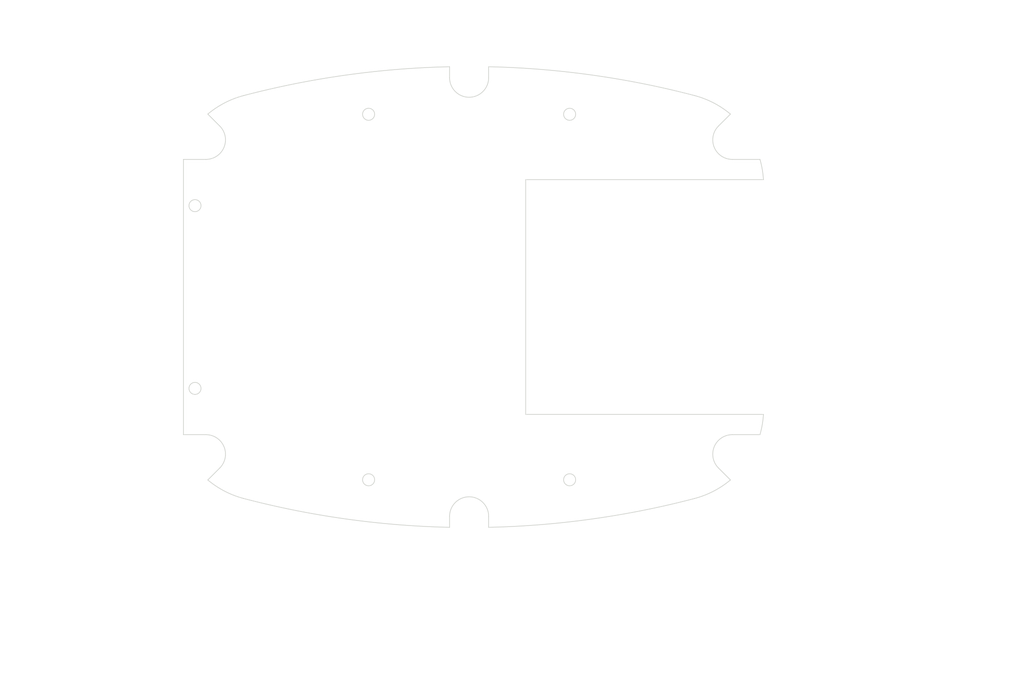
<source format=kicad_pcb>
(kicad_pcb (version 20171130) (host pcbnew "(5.1.0)-1")

  (general
    (thickness 1.6)
    (drawings 184)
    (tracks 0)
    (zones 0)
    (modules 0)
    (nets 1)
  )

  (page A3)
  (layers
    (0 F.Cu signal)
    (31 B.Cu signal)
    (32 B.Adhes user)
    (33 F.Adhes user)
    (34 B.Paste user)
    (35 F.Paste user)
    (36 B.SilkS user)
    (37 F.SilkS user)
    (38 B.Mask user)
    (39 F.Mask user)
    (40 Dwgs.User user)
    (41 Cmts.User user)
    (42 Eco1.User user)
    (43 Eco2.User user)
    (44 Edge.Cuts user)
    (45 Margin user)
    (46 B.CrtYd user)
    (47 F.CrtYd user)
    (48 B.Fab user)
    (49 F.Fab user)
  )

  (setup
    (last_trace_width 0.25)
    (trace_clearance 0.2)
    (zone_clearance 0.508)
    (zone_45_only no)
    (trace_min 0.2)
    (via_size 0.8)
    (via_drill 0.4)
    (via_min_size 0.4)
    (via_min_drill 0.3)
    (uvia_size 0.3)
    (uvia_drill 0.1)
    (uvias_allowed no)
    (uvia_min_size 0.2)
    (uvia_min_drill 0.1)
    (edge_width 0.05)
    (segment_width 0.2)
    (pcb_text_width 0.3)
    (pcb_text_size 1.5 1.5)
    (mod_edge_width 0.12)
    (mod_text_size 1 1)
    (mod_text_width 0.15)
    (pad_size 1.524 1.524)
    (pad_drill 0.762)
    (pad_to_mask_clearance 0.051)
    (solder_mask_min_width 0.25)
    (aux_axis_origin 0 0)
    (visible_elements FFFFEF7F)
    (pcbplotparams
      (layerselection 0x010fc_ffffffff)
      (usegerberextensions false)
      (usegerberattributes false)
      (usegerberadvancedattributes false)
      (creategerberjobfile false)
      (excludeedgelayer true)
      (linewidth 0.152400)
      (plotframeref false)
      (viasonmask false)
      (mode 1)
      (useauxorigin false)
      (hpglpennumber 1)
      (hpglpenspeed 20)
      (hpglpendiameter 15.000000)
      (psnegative false)
      (psa4output false)
      (plotreference true)
      (plotvalue true)
      (plotinvisibletext false)
      (padsonsilk false)
      (subtractmaskfromsilk false)
      (outputformat 1)
      (mirror false)
      (drillshape 1)
      (scaleselection 1)
      (outputdirectory ""))
  )

  (net 0 "")

  (net_class Default "This is the default net class."
    (clearance 0.2)
    (trace_width 0.25)
    (via_dia 0.8)
    (via_drill 0.4)
    (uvia_dia 0.3)
    (uvia_drill 0.1)
  )

  (gr_line (start 164.820384 173.878888) (end 164.820384 178.512221) (layer Dwgs.User) (width 0.2))
  (gr_line (start 167.137051 176.195554) (end 162.503717 176.195554) (layer Dwgs.User) (width 0.2))
  (gr_line (start 164.820384 73.878888) (end 164.820384 78.512221) (layer Dwgs.User) (width 0.2))
  (gr_line (start 167.137051 76.195554) (end 162.503717 76.195554) (layer Dwgs.User) (width 0.2))
  (gr_line (start 219.820384 173.878888) (end 219.820384 178.512221) (layer Dwgs.User) (width 0.2))
  (gr_line (start 222.137051 176.195554) (end 217.503717 176.195554) (layer Dwgs.User) (width 0.2))
  (gr_line (start 219.820384 73.878888) (end 219.820384 78.512221) (layer Dwgs.User) (width 0.2))
  (gr_line (start 222.137051 76.195554) (end 217.503717 76.195554) (layer Dwgs.User) (width 0.2))
  (gr_line (start 117.320384 98.878888) (end 117.320384 103.512221) (layer Dwgs.User) (width 0.2))
  (gr_line (start 119.637051 101.195554) (end 115.003717 101.195554) (layer Dwgs.User) (width 0.2))
  (gr_line (start 117.320384 148.878888) (end 117.320384 153.512221) (layer Dwgs.User) (width 0.2))
  (gr_line (start 119.637051 151.195554) (end 115.003717 151.195554) (layer Dwgs.User) (width 0.2))
  (gr_text [1.08] (at 178.570384 207.031502) (layer Dwgs.User)
    (effects (font (size 2.266666 2.04) (thickness 0.283333)))
  )
  (gr_text " 27.50" (at 178.570384 202.288255) (layer Dwgs.User)
    (effects (font (size 2.266666 2.04) (thickness 0.283333)))
  )
  (gr_line (start 189.653717 204.512221) (end 183.963199 204.512221) (layer Dwgs.User) (width 0.2))
  (gr_line (start 167.487051 204.512221) (end 173.177569 204.512221) (layer Dwgs.User) (width 0.2))
  (gr_line (start 192.320384 182.187157) (end 192.320384 208.745554) (layer Dwgs.User) (width 0.2))
  (gr_line (start 164.820384 179.845554) (end 164.820384 208.745554) (layer Dwgs.User) (width 0.2))
  (gr_line (start 337.799791 173.528888) (end 337.799791 170.862221) (layer Dwgs.User) (width 0.2))
  (gr_line (start 337.799791 191.870053) (end 337.799791 194.53672) (layer Dwgs.User) (width 0.2))
  (gr_line (start 221.153717 176.195554) (end 342.033124 176.195554) (layer Dwgs.User) (width 0.2))
  (gr_line (start 198.995448 189.203387) (end 342.033124 189.203387) (layer Dwgs.User) (width 0.2))
  (gr_text [1.97] (at 105.475554 128.714836) (layer Dwgs.User)
    (effects (font (size 2.266666 2.04) (thickness 0.283333)))
  )
  (gr_text " 50.00" (at 105.475554 123.971589) (layer Dwgs.User)
    (effects (font (size 2.266666 2.04) (thickness 0.283333)))
  )
  (gr_line (start 105.475554 148.528888) (end 105.475554 130.938801) (layer Dwgs.User) (width 0.2))
  (gr_line (start 105.475554 103.862221) (end 105.475554 121.452307) (layer Dwgs.User) (width 0.2))
  (gr_line (start 114.337051 151.195554) (end 101.24222 151.195554) (layer Dwgs.User) (width 0.2))
  (gr_line (start 115.987051 101.195554) (end 101.24222 101.195554) (layer Dwgs.User) (width 0.2))
  (gr_text 45.0\U+00B0 (at 108.510042 78.30355) (layer Dwgs.User)
    (effects (font (size 2.266666 2.04) (thickness 0.283333)))
  )
  (gr_arc (start 133.216462 88.537285) (end 107.70215 80.527516) (angle -11.71296255) (layer Dwgs.User) (width 0.2))
  (gr_arc (start 133.216462 88.537285) (end 112.517729 71.605097) (angle -11.51914255) (layer Dwgs.User) (width 0.2))
  (gr_line (start 119.882424 75.203247) (end 111.313568 66.634391) (layer Dwgs.User) (width 0.2))
  (gr_text 45.0\U+00B0 (at 271.97037 80.026826) (layer Dwgs.User)
    (effects (font (size 2.266666 2.04) (thickness 0.283333)))
  )
  (gr_arc (start 251.424306 88.537285) (end 270.900979 77.802861) (angle -9.264509025) (layer Dwgs.User) (width 0.2))
  (gr_arc (start 251.424306 88.537285) (end 273.503325 85.875415) (angle -9.545762554) (layer Dwgs.User) (width 0.2))
  (gr_line (start 261.486019 78.475571) (end 270.143001 69.81859) (layer Dwgs.User) (width 0.2))
  (gr_line (start 273.225781 88.537285) (end 277.896538 88.537285) (layer Dwgs.User) (width 0.2))
  (gr_text [R1.00] (at 277.163829 61.350335) (layer Dwgs.User)
    (effects (font (size 2.266666 2.04) (thickness 0.283333)))
  )
  (gr_text " R25.32" (at 277.163829 56.606315) (layer Dwgs.User)
    (effects (font (size 2.266666 2.04) (thickness 0.283333)))
  )
  (gr_line (start 267.642716 58.831054) (end 260.98908 71.00708) (layer Dwgs.User) (width 0.2))
  (gr_line (start 270.635362 58.831054) (end 267.642716 58.831054) (layer Dwgs.User) (width 0.2))
  (gr_text [3.94] (at 337.799791 128.714836) (layer Dwgs.User)
    (effects (font (size 2.266666 2.04) (thickness 0.283333)))
  )
  (gr_text " 100.00" (at 337.799791 123.971589) (layer Dwgs.User)
    (effects (font (size 2.266666 2.04) (thickness 0.283333)))
  )
  (gr_line (start 337.799791 78.862221) (end 337.799791 121.452307) (layer Dwgs.User) (width 0.2))
  (gr_line (start 337.799791 173.528888) (end 337.799791 130.938801) (layer Dwgs.User) (width 0.2))
  (gr_line (start 221.153717 76.195554) (end 342.033124 76.195554) (layer Dwgs.User) (width 0.2))
  (gr_line (start 221.153717 176.195554) (end 342.033124 176.195554) (layer Dwgs.User) (width 0.2))
  (gr_text [.98] (at 105.475554 166.214836) (layer Dwgs.User)
    (effects (font (size 2.266666 2.04) (thickness 0.283333)))
  )
  (gr_text " 25.00" (at 105.475554 161.471589) (layer Dwgs.User)
    (effects (font (size 2.266666 2.04) (thickness 0.283333)))
  )
  (gr_line (start 105.475554 153.862221) (end 105.475554 158.952307) (layer Dwgs.User) (width 0.2))
  (gr_line (start 105.475554 173.528888) (end 105.475554 168.438801) (layer Dwgs.User) (width 0.2))
  (gr_line (start 115.987051 151.195554) (end 101.24222 151.195554) (layer Dwgs.User) (width 0.2))
  (gr_line (start 163.487051 176.195554) (end 101.24222 176.195554) (layer Dwgs.User) (width 0.2))
  (gr_text [.12] (at 130.437961 98.133341) (layer Dwgs.User)
    (effects (font (size 2.266666 2.04) (thickness 0.283333)))
  )
  (gr_text " 3.16" (at 130.437961 93.38932) (layer Dwgs.User)
    (effects (font (size 2.266666 2.04) (thickness 0.283333)))
  )
  (gr_line (start 119.987051 95.614059) (end 125.92259 95.614059) (layer Dwgs.User) (width 0.2))
  (gr_line (start 111.496855 95.614059) (end 108.830188 95.614059) (layer Dwgs.User) (width 0.2))
  (gr_line (start 117.320384 99.862221) (end 117.320384 91.380726) (layer Dwgs.User) (width 0.2))
  (gr_text [2.97] (at 320.987051 128.714836) (layer Dwgs.User)
    (effects (font (size 2.266666 2.04) (thickness 0.283333)))
  )
  (gr_text " 75.32" (at 320.987051 123.970816) (layer Dwgs.User)
    (effects (font (size 2.266666 2.04) (thickness 0.283333)))
  )
  (gr_line (start 320.987051 161.187157) (end 320.987051 130.939574) (layer Dwgs.User) (width 0.2))
  (gr_line (start 320.987051 91.203951) (end 320.987051 121.451534) (layer Dwgs.User) (width 0.2))
  (gr_line (start 273.225781 163.853824) (end 325.220384 163.853824) (layer Dwgs.User) (width 0.2))
  (gr_line (start 273.225781 88.537285) (end 325.220384 88.537285) (layer Dwgs.User) (width 0.2))
  (gr_text [2.97] (at 88.041785 128.714836) (layer Dwgs.User)
    (effects (font (size 2.266666 2.04) (thickness 0.283333)))
  )
  (gr_text " 75.32" (at 88.041785 123.970816) (layer Dwgs.User)
    (effects (font (size 2.266666 2.04) (thickness 0.283333)))
  )
  (gr_line (start 88.041785 91.203951) (end 88.041785 121.451534) (layer Dwgs.User) (width 0.2))
  (gr_line (start 88.041785 161.187157) (end 88.041785 130.939574) (layer Dwgs.User) (width 0.2))
  (gr_line (start 112.830188 88.537285) (end 83.808452 88.537285) (layer Dwgs.User) (width 0.2))
  (gr_line (start 112.830188 163.853824) (end 83.808452 163.853824) (layer Dwgs.User) (width 0.2))
  (gr_text [R9.58] (at 248.629581 53.34501) (layer Dwgs.User)
    (effects (font (size 2.266666 2.04) (thickness 0.283333)))
  )
  (gr_text " R243.32" (at 248.629581 48.60099) (layer Dwgs.User)
    (effects (font (size 2.266666 2.04) (thickness 0.283333)))
  )
  (gr_line (start 238.428869 50.825728) (end 235.985933 64.369066) (layer Dwgs.User) (width 0.2))
  (gr_line (start 241.220576 50.825728) (end 238.428869 50.825728) (layer Dwgs.User) (width 0.2))
  (gr_text [R1.00] (at 105.394138 59.015923) (layer Dwgs.User)
    (effects (font (size 2.266666 2.04) (thickness 0.283333)))
  )
  (gr_text " R25.32" (at 105.394138 54.271903) (layer Dwgs.User)
    (effects (font (size 2.266666 2.04) (thickness 0.283333)))
  )
  (gr_line (start 114.915251 56.496642) (end 123.266085 71.221761) (layer Dwgs.User) (width 0.2))
  (gr_line (start 111.922606 56.496642) (end 114.915251 56.496642) (layer Dwgs.User) (width 0.2))
  (gr_text [1.99] (at 139.491953 207.031502) (layer Dwgs.User)
    (effects (font (size 2.266666 2.04) (thickness 0.283333)))
  )
  (gr_text " 50.66" (at 139.491953 202.288255) (layer Dwgs.User)
    (effects (font (size 2.266666 2.04) (thickness 0.283333)))
  )
  (gr_line (start 162.153717 204.512221) (end 144.88786 204.512221) (layer Dwgs.User) (width 0.2))
  (gr_line (start 116.830188 204.512221) (end 134.096045 204.512221) (layer Dwgs.User) (width 0.2))
  (gr_line (start 164.820384 179.178888) (end 164.820384 208.745554) (layer Dwgs.User) (width 0.2))
  (gr_line (start 114.163521 165.187157) (end 114.163521 208.745554) (layer Dwgs.User) (width 0.2))
  (gr_text [3.08] (at 153.241953 220.039772) (layer Dwgs.User)
    (effects (font (size 2.266666 2.04) (thickness 0.283333)))
  )
  (gr_text " 78.16" (at 153.241953 215.296525) (layer Dwgs.User)
    (effects (font (size 2.266666 2.04) (thickness 0.283333)))
  )
  (gr_line (start 189.653717 217.520491) (end 158.63786 217.520491) (layer Dwgs.User) (width 0.2))
  (gr_line (start 116.830188 217.520491) (end 147.846045 217.520491) (layer Dwgs.User) (width 0.2))
  (gr_line (start 192.320384 182.187157) (end 192.320384 221.753824) (layer Dwgs.User) (width 0.2))
  (gr_line (start 114.163521 165.187157) (end 114.163521 221.753824) (layer Dwgs.User) (width 0.2))
  (gr_text [3.17] (at 232.582148 220.039772) (layer Dwgs.User)
    (effects (font (size 2.266666 2.04) (thickness 0.283333)))
  )
  (gr_text " 80.52" (at 232.582148 215.296525) (layer Dwgs.User)
    (effects (font (size 2.266666 2.04) (thickness 0.283333)))
  )
  (gr_line (start 270.177246 217.520491) (end 237.967233 217.520491) (layer Dwgs.User) (width 0.2))
  (gr_line (start 194.987051 217.520491) (end 227.197064 217.520491) (layer Dwgs.User) (width 0.2))
  (gr_line (start 272.843913 159.635408) (end 272.843913 221.753824) (layer Dwgs.User) (width 0.2))
  (gr_line (start 192.320384 182.187157) (end 192.320384 221.753824) (layer Dwgs.User) (width 0.2))
  (gr_line (start 164.820384 76.315554) (end 164.820384 76.075554) (layer Dwgs.User) (width 0.2))
  (gr_line (start 164.700384 76.195554) (end 164.940384 76.195554) (layer Dwgs.User) (width 0.2))
  (gr_text [6.25] (at 192.958786 233.039772) (layer Dwgs.User)
    (effects (font (size 2.266666 2.04) (thickness 0.283333)))
  )
  (gr_text " 158.68" (at 192.958786 228.296525) (layer Dwgs.User)
    (effects (font (size 2.266666 2.04) (thickness 0.283333)))
  )
  (gr_line (start 270.177246 230.520491) (end 199.238323 230.520491) (layer Dwgs.User) (width 0.2))
  (gr_line (start 116.830188 230.520491) (end 186.67925 230.520491) (layer Dwgs.User) (width 0.2))
  (gr_line (start 272.843913 159.635408) (end 272.843913 234.753824) (layer Dwgs.User) (width 0.2))
  (gr_line (start 114.163521 165.187157) (end 114.163521 234.753824) (layer Dwgs.User) (width 0.2))
  (gr_text [4.96] (at 70.311987 128.196917) (layer Dwgs.User)
    (effects (font (size 2.266666 2.04) (thickness 0.283333)))
  )
  (gr_text " 126.02" (at 70.311987 123.45367) (layer Dwgs.User)
    (effects (font (size 2.266666 2.04) (thickness 0.283333)))
  )
  (gr_line (start 70.311987 186.53672) (end 70.311987 130.420882) (layer Dwgs.User) (width 0.2))
  (gr_line (start 70.311987 65.854388) (end 70.311987 120.934388) (layer Dwgs.User) (width 0.2))
  (gr_line (start 185.64532 189.203387) (end 66.078654 189.203387) (layer Dwgs.User) (width 0.2))
  (gr_line (start 185.64532 63.187722) (end 66.078654 63.187722) (layer Dwgs.User) (width 0.2))
  (gr_text [.33] (at 175.653717 51.497433) (layer Dwgs.User)
    (effects (font (size 2.266666 2.04) (thickness 0.283333)))
  )
  (gr_text " 8.35" (at 175.653717 46.753413) (layer Dwgs.User)
    (effects (font (size 2.266666 2.04) (thickness 0.283333)))
  )
  (gr_line (start 168.462403 48.978152) (end 171.12907 48.978152) (layer Dwgs.User) (width 0.2))
  (gr_line (start 168.462403 63.187722) (end 168.462403 48.978152) (layer Dwgs.User) (width 0.2))
  (gr_line (start 168.462403 68.870618) (end 168.462403 65.854388) (layer Dwgs.User) (width 0.2))
  (gr_line (start 185.64532 63.187722) (end 164.22907 63.187722) (layer Dwgs.User) (width 0.2))
  (gr_line (start 190.987051 71.537285) (end 164.22907 71.537285) (layer Dwgs.User) (width 0.2))
  (gr_text [.42] (at 210.866283 53.053016) (layer Dwgs.User)
    (effects (font (size 2.266666 2.04) (thickness 0.283333)))
  )
  (gr_text " 10.68" (at 210.866283 48.309769) (layer Dwgs.User)
    (effects (font (size 2.266666 2.04) (thickness 0.283333)))
  )
  (gr_line (start 197.662114 50.533734) (end 205.467283 50.533734) (layer Dwgs.User) (width 0.2))
  (gr_line (start 189.64532 50.533734) (end 194.995448 50.533734) (layer Dwgs.User) (width 0.2))
  (gr_line (start 197.662114 61.854388) (end 197.662114 46.300401) (layer Dwgs.User) (width 0.2))
  (gr_line (start 186.978654 61.854388) (end 186.978654 46.300401) (layer Dwgs.User) (width 0.2))
  (gr_text [4.30] (at 175.653717 128.327836) (layer Dwgs.User)
    (effects (font (size 2.266666 2.04) (thickness 0.283333)))
  )
  (gr_text " 109.32" (at 175.653717 123.583816) (layer Dwgs.User)
    (effects (font (size 2.266666 2.04) (thickness 0.283333)))
  )
  (gr_line (start 175.653717 74.203951) (end 175.653717 121.064534) (layer Dwgs.User) (width 0.2))
  (gr_line (start 175.653717 178.187157) (end 175.653717 130.552574) (layer Dwgs.User) (width 0.2))
  (gr_line (start 190.987051 71.537285) (end 171.420384 71.537285) (layer Dwgs.User) (width 0.2))
  (gr_line (start 190.987051 180.853824) (end 171.420384 180.853824) (layer Dwgs.User) (width 0.2))
  (gr_text [2.53] (at 299.510579 128.188836) (layer Dwgs.User)
    (effects (font (size 2.266666 2.04) (thickness 0.283333)))
  )
  (gr_text " 64.21" (at 299.510579 123.445589) (layer Dwgs.User)
    (effects (font (size 2.266666 2.04) (thickness 0.283333)))
  )
  (gr_line (start 299.510579 96.7557) (end 299.510579 120.926307) (layer Dwgs.User) (width 0.2))
  (gr_line (start 299.510579 155.635408) (end 299.510579 130.412801) (layer Dwgs.User) (width 0.2))
  (gr_line (start 274.177246 94.089034) (end 303.743913 94.089034) (layer Dwgs.User) (width 0.2))
  (gr_line (start 274.177246 158.302075) (end 303.743913 158.302075) (layer Dwgs.User) (width 0.2))
  (gr_text [1.22] (at 299.510579 84.473973) (layer Dwgs.User)
    (effects (font (size 2.266666 2.04) (thickness 0.283333)))
  )
  (gr_text " 30.90" (at 299.510579 79.729953) (layer Dwgs.User)
    (effects (font (size 2.266666 2.04) (thickness 0.283333)))
  )
  (gr_line (start 299.510579 65.854388) (end 299.510579 77.210671) (layer Dwgs.User) (width 0.2))
  (gr_line (start 299.510579 91.422367) (end 299.510579 86.698711) (layer Dwgs.User) (width 0.2))
  (gr_line (start 198.995448 63.187722) (end 303.743913 63.187722) (layer Dwgs.User) (width 0.2))
  (gr_line (start 274.177246 94.089034) (end 303.743913 94.089034) (layer Dwgs.User) (width 0.2))
  (gr_text [2.56] (at 240.342703 114.157502) (layer Dwgs.User)
    (effects (font (size 2.266666 2.04) (thickness 0.283333)))
  )
  (gr_text " 65.04" (at 240.342703 109.414255) (layer Dwgs.User)
    (effects (font (size 2.266666 2.04) (thickness 0.283333)))
  )
  (gr_line (start 210.470299 111.638221) (end 234.950661 111.638221) (layer Dwgs.User) (width 0.2))
  (gr_line (start 270.177246 111.638221) (end 245.734745 111.638221) (layer Dwgs.User) (width 0.2))
  (gr_line (start 272.843913 95.422367) (end 272.843913 115.871554) (layer Dwgs.User) (width 0.2))
  (gr_line (start 207.803633 158.302075) (end 207.803633 94.089034) (layer Edge.Cuts) (width 0.2))
  (gr_line (start 207.803633 94.089034) (end 272.843913 94.089034) (layer Edge.Cuts) (width 0.2))
  (gr_arc (start 247.570384 95.563034) (end 272.843913 94.089034) (angle -12.77424227) (layer Edge.Cuts) (width 0.2))
  (gr_line (start 271.892448 88.537285) (end 264.320384 88.537285) (layer Edge.Cuts) (width 0.2))
  (gr_arc (start 264.320384 83.195554) (end 260.54321 79.41838) (angle -135) (layer Edge.Cuts) (width 0.2))
  (gr_line (start 260.54321 79.41838) (end 263.815534 76.146056) (layer Edge.Cuts) (width 0.2))
  (gr_arc (start 247.570384 95.563034) (end 263.815534 76.146056) (angle -25.236238) (layer Edge.Cuts) (width 0.2))
  (gr_arc (start 192.320384 306.445553) (end 253.986601 71.073116) (angle -13.4232259) (layer Edge.Cuts) (width 0.2))
  (gr_line (start 197.662114 63.187722) (end 197.662114 66.195554) (layer Edge.Cuts) (width 0.2))
  (gr_arc (start 192.320384 66.195554) (end 186.978654 66.195554) (angle -180) (layer Edge.Cuts) (width 0.2))
  (gr_line (start 186.978654 66.195554) (end 186.978654 63.187722) (layer Edge.Cuts) (width 0.2))
  (gr_arc (start 192.320384 306.445553) (end 186.978654 63.187722) (angle -13.4232259) (layer Edge.Cuts) (width 0.2))
  (gr_arc (start 137.070384 95.563034) (end 130.654167 71.073116) (angle -25.236238) (layer Edge.Cuts) (width 0.2))
  (gr_line (start 120.825233 76.146056) (end 124.097558 79.41838) (layer Edge.Cuts) (width 0.2))
  (gr_arc (start 120.320384 83.195554) (end 120.320384 88.537285) (angle -135) (layer Edge.Cuts) (width 0.2))
  (gr_line (start 120.320384 88.537285) (end 114.163521 88.537285) (layer Edge.Cuts) (width 0.2))
  (gr_line (start 114.163521 88.537285) (end 114.163521 163.853824) (layer Edge.Cuts) (width 0.2))
  (gr_line (start 114.163521 163.853824) (end 120.320384 163.853824) (layer Edge.Cuts) (width 0.2))
  (gr_arc (start 120.320384 169.195554) (end 124.097558 172.972728) (angle -135) (layer Edge.Cuts) (width 0.2))
  (gr_line (start 124.097558 172.972728) (end 120.825233 176.245052) (layer Edge.Cuts) (width 0.2))
  (gr_arc (start 137.070384 156.828075) (end 120.825233 176.245052) (angle -25.236238) (layer Edge.Cuts) (width 0.2))
  (gr_arc (start 192.320384 -54.054446) (end 130.654167 181.317993) (angle -13.4232259) (layer Edge.Cuts) (width 0.2))
  (gr_line (start 186.978654 189.203387) (end 186.978654 186.195554) (layer Edge.Cuts) (width 0.2))
  (gr_arc (start 192.320384 186.195554) (end 197.662114 186.195554) (angle -180) (layer Edge.Cuts) (width 0.2))
  (gr_line (start 197.662114 186.195554) (end 197.662114 189.203387) (layer Edge.Cuts) (width 0.2))
  (gr_arc (start 192.320384 -54.054446) (end 197.662114 189.203387) (angle -13.4232259) (layer Edge.Cuts) (width 0.2))
  (gr_arc (start 247.570384 156.828075) (end 253.986601 181.317993) (angle -25.236238) (layer Edge.Cuts) (width 0.2))
  (gr_line (start 263.815534 176.245052) (end 260.54321 172.972728) (layer Edge.Cuts) (width 0.2))
  (gr_arc (start 264.320384 169.195554) (end 264.320384 163.853824) (angle -135) (layer Edge.Cuts) (width 0.2))
  (gr_line (start 264.320384 163.853824) (end 271.892448 163.853824) (layer Edge.Cuts) (width 0.2))
  (gr_arc (start 247.570384 156.828075) (end 271.892448 163.853824) (angle -12.77424227) (layer Edge.Cuts) (width 0.2))
  (gr_line (start 272.843913 158.302075) (end 207.803633 158.302075) (layer Edge.Cuts) (width 0.2))
  (gr_circle (center 117.320384 151.195554) (end 118.970384 151.195554) (layer Edge.Cuts) (width 0.2))
  (gr_circle (center 164.820384 176.195554) (end 166.470384 176.195554) (layer Edge.Cuts) (width 0.2))
  (gr_circle (center 219.820384 176.195554) (end 221.470384 176.195554) (layer Edge.Cuts) (width 0.2))
  (gr_circle (center 117.320384 101.195554) (end 118.970384 101.195554) (layer Edge.Cuts) (width 0.2))
  (gr_circle (center 164.820384 76.195554) (end 166.470384 76.195554) (layer Edge.Cuts) (width 0.2))
  (gr_circle (center 219.820384 76.195554) (end 221.470384 76.195554) (layer Edge.Cuts) (width 0.2))

)

</source>
